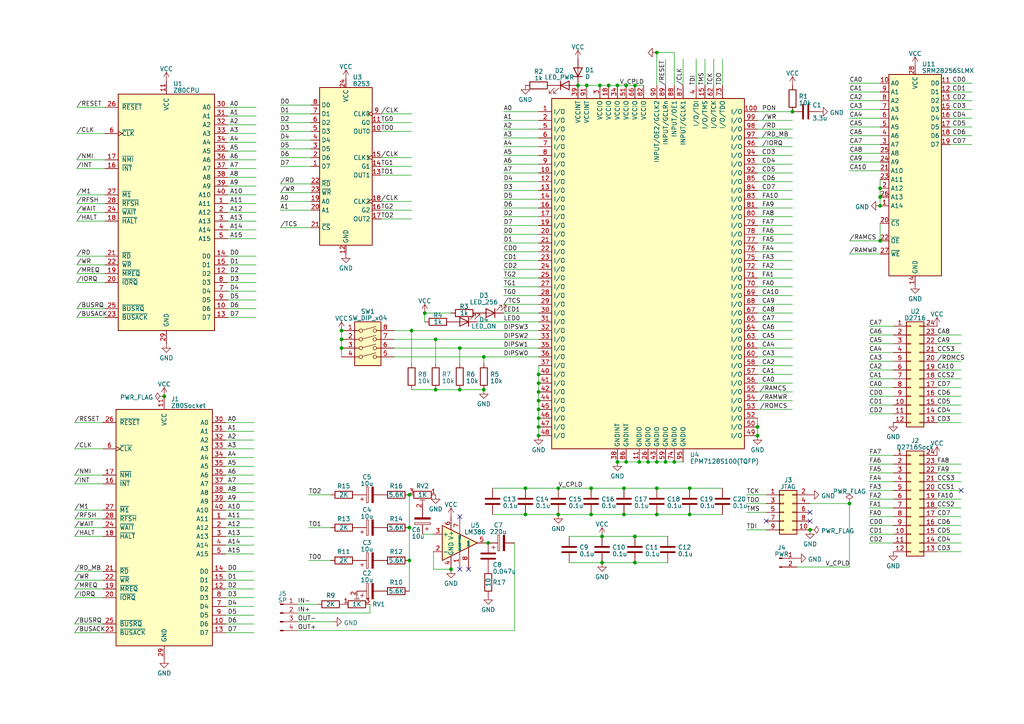
<source format=kicad_sch>
(kicad_sch (version 20230121) (generator eeschema)
  (paper "A4")
  (junction (at 173.99 24.765))
  (junction (at 200.025 149.225))
  (junction (at 174.625 163.195))
  (junction (at 184.15 155.575))
  (junction (at 187.96 133.985))
  (junction (at 133.35 113.03))
  (junction (at 126.365 98.425))
  (junction (at 185.42 133.985))
  (junction (at 179.07 133.985))
  (junction (at 47.625 114.935))
  (junction (at 255.27 54.61))
  (junction (at 193.04 133.985))
  (junction (at 118.745 162.56))
  (junction (at 229.87 32.385))
  (junction (at 200.025 141.605))
  (junction (at 255.27 69.85))
  (junction (at 234.95 153.67))
  (junction (at 152.4 141.605))
  (junction (at 174.625 155.575))
  (junction (at 156.21 111.125))
  (junction (at 181.61 24.765))
  (junction (at 255.27 57.15))
  (junction (at 180.975 149.225))
  (junction (at 156.21 123.825))
  (junction (at 190.5 149.225))
  (junction (at 119.38 95.885))
  (junction (at 99.06 100.965))
  (junction (at 167.64 24.765))
  (junction (at 152.4 149.225))
  (junction (at 181.61 133.985))
  (junction (at 180.975 141.605))
  (junction (at 161.925 141.605))
  (junction (at 118.745 153.035))
  (junction (at 118.745 143.51))
  (junction (at 184.15 24.765))
  (junction (at 171.45 149.225))
  (junction (at 156.21 118.745))
  (junction (at 141.605 157.48))
  (junction (at 190.5 133.985))
  (junction (at 171.45 141.605))
  (junction (at 130.81 165.1))
  (junction (at 195.58 133.985))
  (junction (at 126.365 113.03))
  (junction (at 176.53 24.765))
  (junction (at 170.18 24.765))
  (junction (at 179.07 24.765))
  (junction (at 133.35 100.965))
  (junction (at 246.38 146.05))
  (junction (at 190.5 15.24))
  (junction (at 99.06 98.425))
  (junction (at 255.27 59.69))
  (junction (at 156.21 113.665))
  (junction (at 219.71 126.365))
  (junction (at 140.335 113.03))
  (junction (at 140.335 103.505))
  (junction (at 219.71 123.825))
  (junction (at 156.21 108.585))
  (junction (at 184.15 163.195))
  (junction (at 156.21 126.365))
  (junction (at 156.21 121.285))
  (junction (at 156.21 116.205))
  (junction (at 190.5 141.605))
  (junction (at 123.19 90.805))
  (junction (at 161.925 149.225))
  (junction (at 99.06 95.885))
  (no_connect (at 135.89 165.1))
  (no_connect (at 133.35 149.86))
  (no_connect (at 133.35 165.1))
  (no_connect (at 234.95 148.59))
  (no_connect (at 234.95 151.13))
  (no_connect (at 222.25 151.13))
  (no_connect (at 278.765 142.24))
  (wire (pts (xy 22.225 64.135) (xy 30.48 64.135)))
  (wire (pts (xy 99.06 100.965) (xy 99.06 103.505)))
  (wire (pts (xy 219.71 88.265) (xy 229.87 88.265)))
  (wire (pts (xy 89.535 153.035) (xy 95.885 153.035)))
  (wire (pts (xy 126.365 98.425) (xy 126.365 105.41)))
  (wire (pts (xy 110.49 60.96) (xy 119.38 60.96)))
  (wire (pts (xy 219.71 67.945) (xy 229.87 67.945)))
  (wire (pts (xy 21.59 170.815) (xy 29.845 170.815)))
  (wire (pts (xy 271.78 120.015) (xy 278.765 120.015)))
  (wire (pts (xy 271.78 144.78) (xy 278.765 144.78)))
  (wire (pts (xy 114.3 103.505) (xy 140.335 103.505)))
  (wire (pts (xy 219.71 65.405) (xy 229.87 65.405)))
  (wire (pts (xy 81.28 38.1) (xy 90.17 38.1)))
  (wire (pts (xy 146.05 73.025) (xy 156.21 73.025)))
  (wire (pts (xy 219.71 93.345) (xy 229.87 93.345)))
  (wire (pts (xy 66.04 56.515) (xy 74.295 56.515)))
  (wire (pts (xy 81.28 45.72) (xy 90.17 45.72)))
  (wire (pts (xy 216.535 146.05) (xy 222.25 146.05)))
  (wire (pts (xy 252.095 152.4) (xy 259.08 152.4)))
  (wire (pts (xy 246.38 164.465) (xy 246.38 146.05)))
  (wire (pts (xy 171.45 141.605) (xy 180.975 141.605)))
  (wire (pts (xy 271.78 149.86) (xy 278.765 149.86)))
  (wire (pts (xy 138.43 93.345) (xy 156.21 93.345)))
  (wire (pts (xy 219.71 98.425) (xy 229.87 98.425)))
  (wire (pts (xy 156.21 113.665) (xy 156.21 116.205)))
  (wire (pts (xy 21.59 147.955) (xy 29.845 147.955)))
  (wire (pts (xy 246.38 34.29) (xy 255.27 34.29)))
  (wire (pts (xy 152.4 149.225) (xy 161.925 149.225)))
  (wire (pts (xy 65.405 165.735) (xy 73.66 165.735)))
  (wire (pts (xy 81.28 53.34) (xy 90.17 53.34)))
  (wire (pts (xy 180.975 149.225) (xy 190.5 149.225)))
  (wire (pts (xy 190.5 149.225) (xy 200.025 149.225)))
  (wire (pts (xy 21.59 165.735) (xy 29.845 165.735)))
  (wire (pts (xy 66.04 79.375) (xy 74.295 79.375)))
  (wire (pts (xy 219.71 45.085) (xy 229.87 45.085)))
  (wire (pts (xy 255.27 52.07) (xy 255.27 54.61)))
  (wire (pts (xy 99.06 95.885) (xy 99.06 98.425)))
  (wire (pts (xy 66.04 89.535) (xy 74.295 89.535)))
  (wire (pts (xy 219.71 55.245) (xy 229.87 55.245)))
  (wire (pts (xy 174.625 155.575) (xy 184.15 155.575)))
  (wire (pts (xy 66.04 92.075) (xy 74.295 92.075)))
  (wire (pts (xy 252.095 144.78) (xy 259.08 144.78)))
  (wire (pts (xy 86.36 180.34) (xy 96.52 180.34)))
  (wire (pts (xy 146.05 62.865) (xy 156.21 62.865)))
  (wire (pts (xy 271.78 102.235) (xy 278.765 102.235)))
  (wire (pts (xy 252.095 142.24) (xy 259.08 142.24)))
  (wire (pts (xy 114.3 98.425) (xy 126.365 98.425)))
  (wire (pts (xy 246.38 36.83) (xy 255.27 36.83)))
  (wire (pts (xy 110.49 33.02) (xy 119.38 33.02)))
  (wire (pts (xy 110.49 38.1) (xy 119.38 38.1)))
  (wire (pts (xy 252.095 132.08) (xy 259.08 132.08)))
  (wire (pts (xy 234.95 146.05) (xy 246.38 146.05)))
  (wire (pts (xy 219.71 57.785) (xy 229.87 57.785)))
  (wire (pts (xy 271.78 114.935) (xy 278.765 114.935)))
  (wire (pts (xy 246.38 26.67) (xy 255.27 26.67)))
  (wire (pts (xy 22.225 46.355) (xy 30.48 46.355)))
  (wire (pts (xy 66.04 61.595) (xy 74.295 61.595)))
  (wire (pts (xy 165.1 155.575) (xy 174.625 155.575)))
  (wire (pts (xy 271.78 117.475) (xy 278.765 117.475)))
  (wire (pts (xy 66.04 81.915) (xy 74.295 81.915)))
  (wire (pts (xy 246.38 73.66) (xy 255.27 73.66)))
  (wire (pts (xy 173.99 24.765) (xy 176.53 24.765)))
  (wire (pts (xy 255.27 57.15) (xy 255.27 59.69)))
  (wire (pts (xy 146.05 88.265) (xy 156.21 88.265)))
  (wire (pts (xy 110.49 63.5) (xy 119.38 63.5)))
  (wire (pts (xy 65.405 130.175) (xy 73.66 130.175)))
  (wire (pts (xy 66.04 84.455) (xy 74.295 84.455)))
  (wire (pts (xy 81.28 48.26) (xy 90.17 48.26)))
  (wire (pts (xy 179.07 133.985) (xy 181.61 133.985)))
  (wire (pts (xy 119.38 113.03) (xy 126.365 113.03)))
  (wire (pts (xy 252.095 112.395) (xy 259.08 112.395)))
  (wire (pts (xy 66.04 53.975) (xy 74.295 53.975)))
  (wire (pts (xy 66.04 66.675) (xy 74.295 66.675)))
  (wire (pts (xy 167.64 24.765) (xy 170.18 24.765)))
  (wire (pts (xy 156.21 111.125) (xy 156.21 113.665)))
  (wire (pts (xy 21.59 180.975) (xy 29.845 180.975)))
  (wire (pts (xy 146.05 55.245) (xy 156.21 55.245)))
  (wire (pts (xy 66.04 33.655) (xy 74.295 33.655)))
  (wire (pts (xy 22.225 38.735) (xy 30.48 38.735)))
  (wire (pts (xy 22.225 92.075) (xy 30.48 92.075)))
  (wire (pts (xy 200.025 141.605) (xy 209.55 141.605)))
  (wire (pts (xy 246.38 44.45) (xy 255.27 44.45)))
  (wire (pts (xy 219.71 60.325) (xy 229.87 60.325)))
  (wire (pts (xy 219.71 34.925) (xy 229.87 34.925)))
  (wire (pts (xy 125.73 165.1) (xy 125.73 160.02)))
  (wire (pts (xy 22.225 59.055) (xy 30.48 59.055)))
  (wire (pts (xy 126.365 113.03) (xy 133.35 113.03)))
  (wire (pts (xy 271.78 107.315) (xy 278.765 107.315)))
  (wire (pts (xy 246.38 49.53) (xy 255.27 49.53)))
  (wire (pts (xy 219.71 50.165) (xy 229.87 50.165)))
  (wire (pts (xy 275.59 29.21) (xy 281.94 29.21)))
  (wire (pts (xy 184.15 155.575) (xy 193.675 155.575)))
  (wire (pts (xy 66.04 31.115) (xy 74.295 31.115)))
  (wire (pts (xy 21.59 155.575) (xy 29.845 155.575)))
  (wire (pts (xy 190.5 24.765) (xy 190.5 15.24)))
  (wire (pts (xy 171.45 149.225) (xy 180.975 149.225)))
  (wire (pts (xy 118.745 143.51) (xy 118.745 153.035)))
  (wire (pts (xy 133.35 100.965) (xy 156.21 100.965)))
  (wire (pts (xy 179.07 24.765) (xy 181.61 24.765)))
  (wire (pts (xy 86.36 175.26) (xy 92.075 175.26)))
  (wire (pts (xy 110.49 58.42) (xy 119.38 58.42)))
  (wire (pts (xy 271.78 134.62) (xy 278.765 134.62)))
  (wire (pts (xy 65.405 173.355) (xy 73.66 173.355)))
  (wire (pts (xy 271.78 147.32) (xy 278.765 147.32)))
  (wire (pts (xy 271.78 139.7) (xy 278.765 139.7)))
  (wire (pts (xy 21.59 150.495) (xy 29.845 150.495)))
  (wire (pts (xy 146.05 40.005) (xy 156.21 40.005)))
  (wire (pts (xy 271.78 157.48) (xy 278.765 157.48)))
  (wire (pts (xy 146.05 75.565) (xy 156.21 75.565)))
  (wire (pts (xy 133.35 100.965) (xy 133.35 105.41)))
  (wire (pts (xy 146.05 83.185) (xy 156.21 83.185)))
  (wire (pts (xy 119.38 95.885) (xy 119.38 105.41)))
  (wire (pts (xy 252.095 149.86) (xy 259.08 149.86)))
  (wire (pts (xy 65.405 137.795) (xy 73.66 137.795)))
  (wire (pts (xy 146.05 32.385) (xy 156.21 32.385)))
  (wire (pts (xy 271.78 160.02) (xy 278.765 160.02)))
  (wire (pts (xy 252.095 99.695) (xy 259.08 99.695)))
  (wire (pts (xy 219.71 78.105) (xy 229.87 78.105)))
  (wire (pts (xy 252.095 114.935) (xy 259.08 114.935)))
  (wire (pts (xy 22.225 79.375) (xy 30.48 79.375)))
  (wire (pts (xy 156.21 108.585) (xy 156.21 111.125)))
  (wire (pts (xy 81.28 33.02) (xy 90.17 33.02)))
  (wire (pts (xy 219.71 111.125) (xy 229.87 111.125)))
  (wire (pts (xy 219.71 75.565) (xy 229.87 75.565)))
  (wire (pts (xy 271.78 109.855) (xy 278.765 109.855)))
  (wire (pts (xy 252.095 94.615) (xy 259.08 94.615)))
  (wire (pts (xy 110.49 45.72) (xy 119.38 45.72)))
  (wire (pts (xy 66.04 38.735) (xy 74.295 38.735)))
  (wire (pts (xy 65.405 150.495) (xy 73.66 150.495)))
  (wire (pts (xy 271.78 122.555) (xy 278.765 122.555)))
  (wire (pts (xy 65.405 125.095) (xy 73.66 125.095)))
  (wire (pts (xy 219.71 70.485) (xy 229.87 70.485)))
  (wire (pts (xy 65.405 122.555) (xy 73.66 122.555)))
  (wire (pts (xy 275.59 31.75) (xy 281.94 31.75)))
  (wire (pts (xy 66.04 36.195) (xy 74.295 36.195)))
  (wire (pts (xy 255.27 54.61) (xy 255.27 57.15)))
  (wire (pts (xy 246.38 69.85) (xy 255.27 69.85)))
  (wire (pts (xy 146.05 70.485) (xy 156.21 70.485)))
  (wire (pts (xy 275.59 41.91) (xy 281.94 41.91)))
  (wire (pts (xy 81.28 40.64) (xy 90.17 40.64)))
  (wire (pts (xy 21.59 153.035) (xy 29.845 153.035)))
  (wire (pts (xy 216.535 148.59) (xy 222.25 148.59)))
  (wire (pts (xy 66.04 74.295) (xy 74.295 74.295)))
  (wire (pts (xy 252.095 109.855) (xy 259.08 109.855)))
  (wire (pts (xy 146.05 60.325) (xy 156.21 60.325)))
  (wire (pts (xy 65.405 127.635) (xy 73.66 127.635)))
  (wire (pts (xy 99.06 98.425) (xy 99.06 100.965)))
  (wire (pts (xy 181.61 24.765) (xy 184.15 24.765)))
  (wire (pts (xy 21.59 173.355) (xy 29.845 173.355)))
  (wire (pts (xy 219.71 90.805) (xy 229.87 90.805)))
  (wire (pts (xy 219.71 73.025) (xy 229.87 73.025)))
  (wire (pts (xy 119.38 95.885) (xy 156.21 95.885)))
  (wire (pts (xy 140.335 103.505) (xy 156.21 103.505)))
  (wire (pts (xy 66.04 46.355) (xy 74.295 46.355)))
  (wire (pts (xy 200.025 149.225) (xy 209.55 149.225)))
  (wire (pts (xy 252.095 139.7) (xy 259.08 139.7)))
  (wire (pts (xy 110.49 50.8) (xy 119.38 50.8)))
  (wire (pts (xy 184.15 24.765) (xy 186.69 24.765)))
  (wire (pts (xy 65.405 132.715) (xy 73.66 132.715)))
  (wire (pts (xy 275.59 36.83) (xy 281.94 36.83)))
  (wire (pts (xy 219.71 103.505) (xy 229.87 103.505)))
  (wire (pts (xy 207.01 24.765) (xy 207.01 17.145)))
  (wire (pts (xy 149.225 182.88) (xy 86.36 182.88)))
  (wire (pts (xy 65.405 160.655) (xy 73.66 160.655)))
  (wire (pts (xy 252.095 120.015) (xy 259.08 120.015)))
  (wire (pts (xy 65.405 153.035) (xy 73.66 153.035)))
  (wire (pts (xy 21.59 130.175) (xy 29.845 130.175)))
  (wire (pts (xy 22.225 74.295) (xy 30.48 74.295)))
  (wire (pts (xy 190.5 133.985) (xy 193.04 133.985)))
  (wire (pts (xy 193.04 133.985) (xy 195.58 133.985)))
  (wire (pts (xy 252.095 117.475) (xy 259.08 117.475)))
  (wire (pts (xy 123.19 90.805) (xy 123.19 93.345)))
  (wire (pts (xy 181.61 133.985) (xy 185.42 133.985)))
  (wire (pts (xy 66.04 48.895) (xy 74.295 48.895)))
  (wire (pts (xy 170.18 24.765) (xy 173.99 24.765)))
  (wire (pts (xy 252.095 154.94) (xy 259.08 154.94)))
  (wire (pts (xy 21.59 140.335) (xy 29.845 140.335)))
  (wire (pts (xy 161.925 141.605) (xy 171.45 141.605)))
  (wire (pts (xy 81.28 43.18) (xy 90.17 43.18)))
  (wire (pts (xy 184.15 163.195) (xy 193.675 163.195)))
  (wire (pts (xy 161.925 149.225) (xy 171.45 149.225)))
  (wire (pts (xy 146.05 90.805) (xy 156.21 90.805)))
  (wire (pts (xy 130.81 165.1) (xy 125.73 165.1)))
  (wire (pts (xy 219.71 62.865) (xy 229.87 62.865)))
  (wire (pts (xy 65.405 168.275) (xy 73.66 168.275)))
  (wire (pts (xy 89.535 143.51) (xy 95.885 143.51)))
  (wire (pts (xy 130.81 90.805) (xy 123.19 90.805)))
  (wire (pts (xy 219.71 121.285) (xy 219.71 123.825)))
  (wire (pts (xy 187.96 133.985) (xy 190.5 133.985)))
  (wire (pts (xy 122.555 154.94) (xy 125.73 154.94)))
  (wire (pts (xy 22.225 48.895) (xy 30.48 48.895)))
  (wire (pts (xy 219.71 80.645) (xy 229.87 80.645)))
  (wire (pts (xy 114.3 100.965) (xy 133.35 100.965)))
  (wire (pts (xy 255.27 64.77) (xy 255.27 69.85)))
  (wire (pts (xy 271.78 97.155) (xy 278.765 97.155)))
  (wire (pts (xy 252.095 157.48) (xy 259.08 157.48)))
  (wire (pts (xy 271.78 112.395) (xy 278.765 112.395)))
  (wire (pts (xy 246.38 31.75) (xy 255.27 31.75)))
  (wire (pts (xy 146.05 57.785) (xy 156.21 57.785)))
  (wire (pts (xy 110.49 35.56) (xy 119.38 35.56)))
  (wire (pts (xy 65.405 183.515) (xy 73.66 183.515)))
  (wire (pts (xy 110.49 48.26) (xy 119.38 48.26)))
  (wire (pts (xy 65.405 180.975) (xy 73.66 180.975)))
  (wire (pts (xy 146.05 37.465) (xy 156.21 37.465)))
  (wire (pts (xy 252.095 97.155) (xy 259.08 97.155)))
  (wire (pts (xy 252.095 134.62) (xy 259.08 134.62)))
  (wire (pts (xy 209.55 24.765) (xy 209.55 17.145)))
  (wire (pts (xy 219.71 52.705) (xy 229.87 52.705)))
  (wire (pts (xy 22.225 31.115) (xy 30.48 31.115)))
  (wire (pts (xy 149.225 157.48) (xy 149.225 182.88)))
  (wire (pts (xy 65.405 140.335) (xy 73.66 140.335)))
  (wire (pts (xy 81.28 60.96) (xy 90.17 60.96)))
  (wire (pts (xy 146.05 47.625) (xy 156.21 47.625)))
  (wire (pts (xy 65.405 147.955) (xy 73.66 147.955)))
  (wire (pts (xy 204.47 24.765) (xy 204.47 17.145)))
  (wire (pts (xy 140.97 157.48) (xy 141.605 157.48)))
  (wire (pts (xy 195.58 133.985) (xy 198.12 133.985)))
  (wire (pts (xy 142.875 149.225) (xy 152.4 149.225)))
  (wire (pts (xy 219.71 95.885) (xy 229.87 95.885)))
  (wire (pts (xy 219.71 85.725) (xy 229.87 85.725)))
  (wire (pts (xy 86.36 177.8) (xy 107.315 177.8)))
  (wire (pts (xy 231.14 164.465) (xy 246.38 164.465)))
  (wire (pts (xy 219.71 123.825) (xy 219.71 126.365)))
  (wire (pts (xy 271.78 154.94) (xy 278.765 154.94)))
  (wire (pts (xy 156.21 106.045) (xy 156.21 108.585)))
  (wire (pts (xy 114.3 95.885) (xy 119.38 95.885)))
  (wire (pts (xy 65.405 175.895) (xy 73.66 175.895)))
  (wire (pts (xy 81.28 66.04) (xy 90.17 66.04)))
  (wire (pts (xy 219.71 118.745) (xy 229.87 118.745)))
  (wire (pts (xy 65.405 135.255) (xy 73.66 135.255)))
  (wire (pts (xy 22.225 81.915) (xy 30.48 81.915)))
  (wire (pts (xy 246.38 41.91) (xy 255.27 41.91)))
  (wire (pts (xy 219.71 100.965) (xy 229.87 100.965)))
  (wire (pts (xy 146.05 85.725) (xy 156.21 85.725)))
  (wire (pts (xy 66.04 41.275) (xy 74.295 41.275)))
  (wire (pts (xy 22.225 61.595) (xy 30.48 61.595)))
  (wire (pts (xy 216.535 143.51) (xy 222.25 143.51)))
  (wire (pts (xy 118.745 153.035) (xy 118.745 162.56)))
  (wire (pts (xy 133.35 113.03) (xy 140.335 113.03)))
  (wire (pts (xy 146.05 65.405) (xy 156.21 65.405)))
  (wire (pts (xy 65.405 178.435) (xy 73.66 178.435)))
  (wire (pts (xy 142.875 141.605) (xy 152.4 141.605)))
  (wire (pts (xy 271.78 137.16) (xy 278.765 137.16)))
  (wire (pts (xy 219.71 47.625) (xy 229.87 47.625)))
  (wire (pts (xy 271.78 99.695) (xy 278.765 99.695)))
  (wire (pts (xy 219.71 37.465) (xy 229.87 37.465)))
  (wire (pts (xy 66.04 51.435) (xy 74.295 51.435)))
  (wire (pts (xy 21.59 183.515) (xy 29.845 183.515)))
  (wire (pts (xy 146.05 78.105) (xy 156.21 78.105)))
  (wire (pts (xy 81.28 55.88) (xy 90.17 55.88)))
  (wire (pts (xy 190.5 141.605) (xy 200.025 141.605)))
  (wire (pts (xy 252.095 104.775) (xy 259.08 104.775)))
  (wire (pts (xy 193.04 24.765) (xy 193.04 17.145)))
  (wire (pts (xy 22.225 76.835) (xy 30.48 76.835)))
  (wire (pts (xy 219.71 106.045) (xy 229.87 106.045)))
  (wire (pts (xy 21.59 168.275) (xy 29.845 168.275)))
  (wire (pts (xy 246.38 39.37) (xy 255.27 39.37)))
  (wire (pts (xy 165.1 163.195) (xy 174.625 163.195)))
  (wire (pts (xy 22.225 89.535) (xy 30.48 89.535)))
  (wire (pts (xy 66.04 86.995) (xy 74.295 86.995)))
  (wire (pts (xy 66.04 69.215) (xy 74.295 69.215)))
  (wire (pts (xy 176.53 24.765) (xy 179.07 24.765)))
  (wire (pts (xy 156.21 116.205) (xy 156.21 118.745)))
  (wire (pts (xy 246.38 46.99) (xy 255.27 46.99)))
  (wire (pts (xy 275.59 24.13) (xy 281.94 24.13)))
  (wire (pts (xy 81.28 58.42) (xy 90.17 58.42)))
  (wire (pts (xy 65.405 155.575) (xy 73.66 155.575)))
  (wire (pts (xy 271.78 104.775) (xy 278.765 104.775)))
  (wire (pts (xy 216.535 153.67) (xy 222.25 153.67)))
  (wire (pts (xy 195.58 15.24) (xy 195.58 24.765)))
  (wire (pts (xy 65.405 170.815) (xy 73.66 170.815)))
  (wire (pts (xy 81.28 30.48) (xy 90.17 30.48)))
  (wire (pts (xy 118.745 162.56) (xy 118.745 171.45)))
  (wire (pts (xy 89.535 162.56) (xy 95.885 162.56)))
  (wire (pts (xy 180.975 141.605) (xy 190.5 141.605)))
  (wire (pts (xy 66.04 43.815) (xy 74.295 43.815)))
  (wire (pts (xy 219.71 108.585) (xy 229.87 108.585)))
  (wire (pts (xy 21.59 137.795) (xy 29.845 137.795)))
  (wire (pts (xy 146.05 34.925) (xy 156.21 34.925)))
  (wire (pts (xy 156.21 118.745) (xy 156.21 121.285)))
  (wire (pts (xy 146.05 50.165) (xy 156.21 50.165)))
  (wire (pts (xy 140.335 103.505) (xy 140.335 105.41)))
  (wire (pts (xy 246.38 24.13) (xy 255.27 24.13)))
  (wire (pts (xy 252.095 107.315) (xy 259.08 107.315)))
  (wire (pts (xy 174.625 163.195) (xy 184.15 163.195)))
  (wire (pts (xy 252.095 147.32) (xy 259.08 147.32)))
  (wire (pts (xy 65.405 145.415) (xy 73.66 145.415)))
  (wire (pts (xy 219.71 40.005) (xy 229.87 40.005)))
  (wire (pts (xy 275.59 39.37) (xy 281.94 39.37)))
  (wire (pts (xy 146.05 45.085) (xy 156.21 45.085)))
  (wire (pts (xy 271.78 142.24) (xy 278.765 142.24)))
  (wire (pts (xy 219.71 113.665) (xy 229.87 113.665)))
  (wire (pts (xy 271.78 152.4) (xy 278.765 152.4)))
  (wire (pts (xy 146.05 42.545) (xy 156.21 42.545)))
  (wire (pts (xy 156.21 121.285) (xy 156.21 123.825)))
  (wire (pts (xy 107.315 177.8) (xy 107.315 175.26)))
  (wire (pts (xy 252.095 102.235) (xy 259.08 102.235)))
  (wire (pts (xy 156.21 123.825) (xy 156.21 126.365)))
  (wire (pts (xy 146.05 80.645) (xy 156.21 80.645)))
  (wire (pts (xy 146.05 67.945) (xy 156.21 67.945)))
  (wire (pts (xy 185.42 133.985) (xy 187.96 133.985)))
  (wire (pts (xy 219.71 42.545) (xy 229.87 42.545)))
  (wire (pts (xy 65.405 142.875) (xy 73.66 142.875)))
  (wire (pts (xy 190.5 15.24) (xy 195.58 15.24)))
  (wire (pts (xy 219.71 116.205) (xy 229.87 116.205)))
  (wire (pts (xy 219.71 83.185) (xy 229.87 83.185)))
  (wire (pts (xy 146.05 52.705) (xy 156.21 52.705)))
  (wire (pts (xy 66.04 59.055) (xy 74.295 59.055)))
  (wire (pts (xy 65.405 158.115) (xy 73.66 158.115)))
  (wire (pts (xy 66.04 76.835) (xy 74.295 76.835)))
  (wire (pts (xy 81.28 35.56) (xy 90.17 35.56)))
  (wire (pts (xy 66.04 64.135) (xy 74.295 64.135)))
  (wire (pts (xy 246.38 29.21) (xy 255.27 29.21)))
  (wire (pts (xy 252.095 137.16) (xy 259.08 137.16)))
  (wire (pts (xy 275.59 26.67) (xy 281.94 26.67)))
  (wire (pts (xy 126.365 98.425) (xy 156.21 98.425)))
  (wire (pts (xy 21.59 122.555) (xy 29.845 122.555)))
  (wire (pts (xy 219.71 32.385) (xy 229.87 32.385)))
  (wire (pts (xy 201.93 24.765) (xy 201.93 17.145)))
  (wire (pts (xy 198.12 24.765) (xy 198.12 17.145)))
  (wire (pts (xy 275.59 34.29) (xy 281.94 34.29)))
  (wire (pts (xy 22.225 56.515) (xy 30.48 56.515)))
  (wire (pts (xy 152.4 141.605) (xy 161.925 141.605)))
  (label "CD4" (at 276.225 34.29 0))
  (label "CA1" (at 220.98 108.585 0))
  (label "A6" (at 66.675 46.355 0))
  (label "CD1" (at 252.095 154.94 0))
  (label "FA1" (at 252.095 147.32 0))
  (label "{slash}CLK" (at 21.59 130.175 0))
  (label "V_CPLD" (at 179.705 24.765 0))
  (label "TMS" (at 216.535 148.59 0))
  (label "{slash}HALT" (at 21.59 155.575 0))
  (label "FA3" (at 220.98 75.565 0))
  (label "{slash}RD_MB" (at 21.59 165.735 0))
  (label "D7" (at 66.04 183.515 0))
  (label "CA3" (at 252.095 104.775 0))
  (label "FA9" (at 220.98 60.325 0))
  (label "CD3" (at 220.98 45.085 0))
  (label "LED0" (at 146.05 93.345 0))
  (label "CD6" (at 271.78 114.935 0))
  (label "A8" (at 66.04 142.875 0))
  (label "{slash}RESET" (at 193.04 24.765 90))
  (label "D0" (at 81.28 30.48 0))
  (label "{slash}M1" (at 22.225 56.515 0))
  (label "D0" (at 146.05 67.945 0))
  (label "D4" (at 81.28 40.64 0))
  (label "D4" (at 146.05 52.705 0))
  (label "{slash}WAIT" (at 21.59 153.035 0))
  (label "CA8" (at 271.78 97.155 0))
  (label "CA7" (at 220.98 93.345 0))
  (label "A5" (at 146.05 45.085 0))
  (label "CCS2" (at 271.78 109.855 0))
  (label "D6" (at 66.675 89.535 0))
  (label "{slash}WR" (at 21.59 168.275 0))
  (label "CD3" (at 271.78 160.02 0))
  (label "CCS3" (at 271.78 102.235 0))
  (label "{slash}WR" (at 220.98 34.925 0))
  (label "A13" (at 66.04 155.575 0))
  (label "CD6" (at 276.225 39.37 0))
  (label "A0" (at 146.05 32.385 0))
  (label "PON" (at 220.98 32.385 0))
  (label "A9" (at 66.04 145.415 0))
  (label "{slash}RD" (at 22.225 74.295 0))
  (label "CD1" (at 276.225 26.67 0))
  (label "A1" (at 66.675 33.655 0))
  (label "A2" (at 66.04 127.635 0))
  (label "{slash}CLK" (at 110.49 58.42 0))
  (label "{slash}RESET" (at 21.59 122.555 0))
  (label "{slash}MREQ" (at 21.59 170.815 0))
  (label "D6" (at 81.28 45.72 0))
  (label "CA6" (at 252.095 97.155 0))
  (label "TG0" (at 146.05 85.725 0))
  (label "TDI" (at 216.535 153.67 0))
  (label "TO2" (at 89.535 143.51 0))
  (label "{slash}RAMWR" (at 246.38 73.66 0))
  (label "D2" (at 66.04 170.815 0))
  (label "CA10" (at 271.78 107.315 0))
  (label "D5" (at 66.04 178.435 0))
  (label "CD4" (at 271.78 120.015 0))
  (label "{slash}RD_MB" (at 220.98 40.005 0))
  (label "CA6" (at 246.38 39.37 0))
  (label "FA7" (at 220.98 65.405 0))
  (label "CA3" (at 246.38 31.75 0))
  (label "FA6" (at 220.98 67.945 0))
  (label "A15" (at 66.675 69.215 0))
  (label "{slash}RAMCS" (at 220.345 113.665 0))
  (label "OUT+" (at 86.36 182.88 0))
  (label "FA10" (at 271.78 144.78 0))
  (label "FA5" (at 220.98 70.485 0))
  (label "DIPSW1" (at 146.05 100.965 0))
  (label "CA2" (at 246.38 29.21 0))
  (label "CD5" (at 271.78 117.475 0))
  (label "D5" (at 81.28 43.18 0))
  (label "CCS2" (at 271.78 147.32 0))
  (label "D3" (at 66.675 81.915 0))
  (label "A5" (at 66.04 135.255 0))
  (label "CD7" (at 276.225 41.91 0))
  (label "D3" (at 66.04 173.355 0))
  (label "CA9" (at 246.38 46.99 0))
  (label "{slash}CLK" (at 110.49 33.02 0))
  (label "FA7" (at 252.095 132.08 0))
  (label "CD5" (at 220.98 50.165 0))
  (label "CA8" (at 246.38 44.45 0))
  (label "CCS1" (at 271.78 142.24 0))
  (label "FA0" (at 220.98 83.185 0))
  (label "CA4" (at 246.38 34.29 0))
  (label "D1" (at 81.28 33.02 0))
  (label "DIPSW2" (at 146.05 98.425 0))
  (label "CD5" (at 276.225 36.83 0))
  (label "V_CPLD" (at 161.925 141.605 0))
  (label "TG2" (at 110.49 60.96 0))
  (label "CD0" (at 276.225 24.13 0))
  (label "{slash}TCS" (at 146.05 88.265 0))
  (label "{slash}IORQ" (at 22.225 81.915 0))
  (label "CD7" (at 271.78 149.86 0))
  (label "V_CPLD" (at 239.395 164.465 0))
  (label "FA6" (at 252.095 134.62 0))
  (label "CA0" (at 252.095 112.395 0))
  (label "CA8" (at 220.98 90.805 0))
  (label "CD0" (at 146.05 73.025 0))
  (label "{slash}NMI" (at 22.225 46.355 0))
  (label "{slash}BUSRQ" (at 21.59 180.975 0))
  (label "CA7" (at 246.38 41.91 0))
  (label "{slash}IORQ" (at 21.59 173.355 0))
  (label "TO1" (at 89.535 153.035 0))
  (label "TO0" (at 110.49 38.1 0))
  (label "CD0" (at 252.095 152.4 0))
  (label "CD7" (at 271.78 112.395 0))
  (label "IN-" (at 86.36 175.26 0))
  (label "FA2" (at 220.98 78.105 0))
  (label "D7" (at 66.675 92.075 0))
  (label "A6" (at 146.05 47.625 0))
  (label "FA1" (at 220.98 80.645 0))
  (label "D0" (at 66.675 74.295 0))
  (label "D7" (at 146.05 65.405 0))
  (label "TO2" (at 110.49 63.5 0))
  (label "{slash}RFSH" (at 22.225 59.055 0))
  (label "FA3" (at 252.095 142.24 0))
  (label "A0" (at 66.675 31.115 0))
  (label "CD2" (at 252.095 120.015 0))
  (label "DIPSW0" (at 146.05 103.505 0))
  (label "D5" (at 66.675 86.995 0))
  (label "FA9" (at 271.78 137.16 0))
  (label "CD5" (at 271.78 154.94 0))
  (label "FA10" (at 220.98 57.785 0))
  (label "{slash}RD" (at 220.98 37.465 0))
  (label "TMS" (at 204.47 24.765 90))
  (label "D3" (at 81.28 38.1 0))
  (label "TDO" (at 216.535 146.05 0))
  (label "IN+" (at 86.36 177.8 0))
  (label "CD2" (at 276.225 29.21 0))
  (label "A5" (at 66.675 43.815 0))
  (label "{slash}MREQ" (at 22.225 79.375 0))
  (label "TG1" (at 146.05 83.185 0))
  (label "D6" (at 146.05 60.325 0))
  (label "CA5" (at 246.38 36.83 0))
  (label "CA9" (at 271.78 99.695 0))
  (label "{slash}IORQ" (at 220.98 42.545 0))
  (label "A1" (at 146.05 34.925 0))
  (label "{slash}RAMCS" (at 246.38 69.85 0))
  (label "A4" (at 66.04 132.715 0))
  (label "CA2" (at 252.095 107.315 0))
  (label "D2" (at 66.675 79.375 0))
  (label "A1" (at 81.28 60.96 0))
  (label "CA10" (at 246.38 49.53 0))
  (label "D6" (at 66.04 180.975 0))
  (label "{slash}TCS" (at 81.28 66.04 0))
  (label "A11" (at 66.04 150.495 0))
  (label "LED1" (at 146.05 90.805 0))
  (label "D2" (at 146.05 62.865 0))
  (label "{slash}WR" (at 22.225 76.835 0))
  (label "CD0" (at 252.095 114.935 0))
  (label "CA5" (at 252.095 99.695 0))
  (label "A3" (at 146.05 40.005 0))
  (label "FA2" (at 252.095 144.78 0))
  (label "CA9" (at 220.98 88.265 0))
  (label "A6" (at 66.04 137.795 0))
  (label "TO0" (at 89.535 162.56 0))
  (label "FA8" (at 220.98 62.865 0))
  (label "CD6" (at 220.98 52.705 0))
  (label "TO1" (at 110.49 50.8 0))
  (label "A12" (at 66.675 61.595 0))
  (label "{slash}ROMCS" (at 220.345 118.745 0))
  (label "D1" (at 146.05 70.485 0))
  (label "CA2" (at 220.98 106.045 0))
  (label "CD2" (at 252.095 157.48 0))
  (label "FA5" (at 252.095 137.16 0))
  (label "A7" (at 66.675 48.895 0))
  (label "TCK" (at 216.535 143.51 0))
  (label "{slash}CLK" (at 110.49 45.72 0))
  (label "D5" (at 146.05 57.785 0))
  (label "{slash}CLK" (at 22.225 38.735 0))
  (label "A14" (at 66.04 158.115 0))
  (label "D1" (at 66.04 168.275 0))
  (label "OUT-" (at 86.36 180.34 0))
  (label "{slash}RESET" (at 22.225 31.115 0))
  (label "CA10" (at 220.98 85.725 0))
  (label "CA0" (at 220.98 111.125 0))
  (label "CD7" (at 220.98 55.245 0))
  (label "D2" (at 81.28 35.56 0))
  (label "FA4" (at 220.98 73.025 0))
  (label "{slash}CLK" (at 198.12 24.765 90))
  (label "A7" (at 146.05 50.165 0))
  (label "A3" (at 66.04 130.175 0))
  (label "{slash}NMI" (at 21.59 137.795 0))
  (label "CA7" (at 252.095 94.615 0))
  (label "A7" (at 66.04 140.335 0))
  (label "CA6" (at 220.98 95.885 0))
  (label "CCS3" (at 271.78 139.7 0))
  (label "{slash}INT" (at 22.225 48.895 0))
  (label "A9" (at 66.675 53.975 0))
  (label "A8" (at 66.675 51.435 0))
  (label "CA1" (at 246.38 26.67 0))
  (label "{slash}RFSH" (at 21.59 150.495 0))
  (label "CD6" (at 271.78 152.4 0))
  (label "D4" (at 66.675 84.455 0))
  (label "{slash}HALT" (at 22.225 64.135 0))
  (label "DIPSW3" (at 146.05 95.885 0))
  (label "CD4" (at 271.78 157.48 0))
  (label "A2" (at 66.675 36.195 0))
  (label "CA1" (at 252.095 109.855 0))
  (label "A0" (at 81.28 58.42 0))
  (label "A15" (at 66.04 160.655 0))
  (label "{slash}M1" (at 21.59 147.955 0))
  (label "A12" (at 66.04 153.035 0))
  (label "TDI" (at 201.93 24.765 90))
  (label "CD3" (at 271.78 122.555 0))
  (label "TG0" (at 110.49 35.56 0))
  (label "{slash}WAIT" (at 22.225 61.595 0))
  (label "TCK" (at 207.01 24.765 90))
  (label "{slash}RAMWR" (at 220.345 116.205 0))
  (label "A3" (at 66.675 38.735 0))
  (label "{slash}WR" (at 81.28 55.88 0))
  (label "TG1" (at 110.49 48.26 0))
  (label "{slash}ROMCS" (at 271.78 104.775 0))
  (label "{slash}RD" (at 81.28 53.34 0))
  (label "A14" (at 66.675 66.675 0))
  (label "CD1" (at 252.095 117.475 0))
  (label "{slash}BUSRQ" (at 22.225 89.535 0))
  (label "TDO" (at 209.55 24.765 90))
  (label "A2" (at 146.05 37.465 0))
  (label "D3" (at 146.05 55.245 0))
  (label "A0" (at 66.04 122.555 0))
  (label "CA4" (at 220.98 100.965 0))
  (label "CD1" (at 146.05 75.565 0))
  (label "CD3" (at 276.225 31.75 0))
  (label "A4" (at 146.05 42.545 0))
  (label "CD2" (at 146.05 78.105 0))
  (label "{slash}BUSACK" (at 22.225 92.075 0))
  (label "CA3" (at 220.98 103.505 0))
  (label "D7" (at 81.28 48.26 0))
  (label "FA8" (at 271.78 134.62 0))
  (label "D0" (at 66.04 165.735 0))
  (label "FA4" (at 252.095 139.7 0))
  (label "A10" (at 66.04 147.955 0))
  (label "D4" (at 66.04 175.895 0))
  (label "FA0" (at 252.095 149.86 0))
  (label "D1" (at 66.675 76.835 0))
  (label "TG2" (at 146.05 80.645 0))
  (label "A13" (at 66.675 64.135 0))
  (label "CA4" (at 252.095 102.235 0))
  (label "CA5" (at 220.98 98.425 0))
  (label "A4" (at 66.675 41.275 0))
  (label "{slash}INT" (at 21.59 140.335 0))
  (label "A1" (at 66.04 125.095 0))
  (label "CA0" (at 246.38 24.13 0))
  (label "A11" (at 66.675 59.055 0))
  (label "{slash}BUSACK" (at 21.59 183.515 0))
  (label "CD4" (at 220.98 47.625 0))
  (label "A10" (at 66.675 56.515 0))
  (symbol (lib_id "Device:R") (at 127 93.345 90) (unit 1)
    (property "Reference" "R4" (at 127 91.424 90))
    (property "Value" "1k" (at 127 93.345 90))
    (property "Footprint" "Resistor_SMD:R_0402_1005Metric" (effects hide))
  )
  (symbol (lib_id "power:GND") (at 100.33 73.66 0) (unit 1)
    (property "Reference" "#PWR014" (effects hide))
    (property "Value" "GND" (at 100.33 77.7955 0))
  )
  (symbol (lib_id "power:GND") (at 126.365 143.51 0) (unit 1)
    (property "Reference" "#PWR030" (effects hide))
    (property "Value" "GND" (at 126.365 147.6455 0))
  )
  (symbol (lib_id "power:VCC") (at 271.78 132.08 0) (unit 1)
    (property "Reference" "#PWR02" (effects hide))
    (property "Value" "VCC" (at 271.78 128.5781 0))
  )
  (symbol (lib_id "Device:R") (at 156.21 24.765 90) (unit 1)
    (property "Reference" "R2" (at 156.21 20.7391 90))
    (property "Value" "1k" (at 156.21 22.6601 90))
    (property "Footprint" "Resistor_SMD:R_0402_1005Metric" (effects hide))
  )
  (symbol (lib_id "Timer:8253") (at 100.33 48.26 0) (unit 1)
    (property "Reference" "U3" (at 102.2859 22.3901 0) (effects (justify left)))
    (property "Value" "8253" (at 102.2859 24.3111 0) (effects (justify left)))
    (property "Footprint" "Package_DIP:DIP-24_W15.24mm" (effects hide))
    (property "Datasheet" "http://www.cpcwiki.eu/imgs/e/e3/8253.pdf" (effects hide))
    (property "LCSC" "-" (effects hide))
  )
  (symbol (lib_id "Device:R") (at 114.935 143.51 90) (unit 1)
    (property "Reference" "R16" (at 114.935 140.97 90))
    (property "Value" "5.6K" (at 114.935 143.51 90))
    (property "Footprint" "Resistor_SMD:R_0603_1608Metric" (effects hide))
  )
  (symbol (lib_id "power:VCC") (at 265.43 19.05 0) (unit 1)
    (property "Reference" "#PWR018" (effects hide))
    (property "Value" "VCC" (at 265.43 15.5481 0))
  )
  (symbol (lib_id "power:GND") (at 231.14 161.925 90) (unit 1)
    (property "Reference" "#PWR026" (effects hide))
    (property "Value" "GND" (at 234.315 162.2418 90) (effects (justify right)))
  )
  (symbol (lib_id "Device:R") (at 134.62 90.805 90) (unit 1)
    (property "Reference" "R3" (at 134.62 88.9 90))
    (property "Value" "1k" (at 134.62 90.821 90))
    (property "Footprint" "Resistor_SMD:R_0402_1005Metric" (effects hide))
  )
  (symbol (lib_id "power:GND") (at 234.95 153.67 0) (unit 1)
    (property "Reference" "#PWR025" (effects hide))
    (property "Value" "GND" (at 234.95 157.8055 0))
  )
  (symbol (lib_id "Device:C") (at 190.5 145.415 0) (unit 1)
    (property "Reference" "C18" (at 193.421 144.7713 0) (effects (justify left)))
    (property "Value" "0.1u" (at 193.421 146.6923 0) (effects (justify left)))
    (property "Footprint" "Capacitor_SMD:C_0402_1005Metric" (effects hide))
  )
  (symbol (lib_id "power:PWR_FLAG") (at 234.95 153.67 270) (unit 1)
    (property "Reference" "#FLG02" (effects hide))
    (property "Value" "PWR_FLAG" (at 238.125 153.9868 90) (effects (justify left)))
  )
  (symbol (lib_id "Device:C") (at 200.025 145.415 0) (unit 1)
    (property "Reference" "C19" (at 202.946 144.7713 0) (effects (justify left)))
    (property "Value" "0.1u" (at 202.946 146.6923 0) (effects (justify left)))
    (property "Footprint" "Capacitor_SMD:C_0402_1005Metric" (effects hide))
  )
  (symbol (lib_id "Device:C") (at 152.4 145.415 0) (unit 1)
    (property "Reference" "C14" (at 155.321 144.7713 0) (effects (justify left)))
    (property "Value" "0.1u" (at 155.321 146.6923 0) (effects (justify left)))
    (property "Footprint" "Capacitor_SMD:C_0402_1005Metric" (effects hide))
  )
  (symbol (lib_id "power:VCC") (at 123.19 90.805 0) (unit 1)
    (property "Reference" "#PWR021" (effects hide))
    (property "Value" "VCC" (at 123.19 87.3031 0))
  )
  (symbol (lib_id "Connector_Generic:Conn_02x12_Counter_Clockwise") (at 264.16 107.315 0) (unit 1)
    (property "Reference" "U2" (at 265.43 90.3351 0))
    (property "Value" "D2716" (at 265.43 92.2561 0))
    (property "Footprint" "Package_DIP:DIP-24_W15.24mm" (effects hide))
    (property "LCSC" "-" (effects hide))
  )
  (symbol (lib_id "Device:C") (at 184.15 159.385 0) (unit 1)
    (property "Reference" "C11" (at 187.071 158.7413 0) (effects (justify left)))
    (property "Value" "0.1u" (at 187.071 160.6623 0) (effects (justify left)))
    (property "Footprint" "Capacitor_SMD:C_0402_1005Metric" (effects hide))
  )
  (symbol (lib_id "Device:R") (at 114.935 153.035 90) (unit 1)
    (property "Reference" "R14" (at 114.935 150.495 90))
    (property "Value" "5.6K" (at 114.935 153.035 90))
    (property "Footprint" "Resistor_SMD:R_0603_1608Metric" (effects hide))
  )
  (symbol (lib_id "Device:C_Polarized") (at 107.315 162.56 90) (unit 1)
    (property "Reference" "C3" (at 106.426 157.3911 90))
    (property "Value" "10u" (at 106.426 159.3121 90))
    (property "Footprint" "Capacitor_SMD:CP_Elec_4x5.4" (effects hide))
    (property "LCSC" "C4747969" (effects hide))
  )
  (symbol (lib_id "power:GND") (at 190.5 15.24 270) (unit 1)
    (property "Reference" "#PWR013" (effects hide))
    (property "Value" "GND" (effects hide))
  )
  (symbol (lib_id "power:GND") (at 237.49 32.385 90) (unit 1)
    (property "Reference" "#PWR016" (effects hide))
    (property "Value" "GND" (at 240.665 32.7018 90) (effects (justify right)))
  )
  (symbol (lib_id "Device:C") (at 171.45 145.415 0) (unit 1)
    (property "Reference" "C16" (at 174.371 144.7713 0) (effects (justify left)))
    (property "Value" "0.1u" (at 174.371 146.6923 0) (effects (justify left)))
    (property "Footprint" "Capacitor_SMD:C_0402_1005Metric" (effects hide))
  )
  (symbol (lib_id "power:VCC") (at 99.06 95.885 0) (unit 1)
    (property "Reference" "#PWR022" (effects hide))
    (property "Value" "VCC" (at 99.06 92.3831 0))
  )
  (symbol (lib_id "Device:C") (at 180.975 145.415 0) (unit 1)
    (property "Reference" "C17" (at 183.896 144.7713 0) (effects (justify left)))
    (property "Value" "0.1u" (at 183.896 146.6923 0) (effects (justify left)))
    (property "Footprint" "Capacitor_SMD:C_0402_1005Metric" (effects hide))
  )
  (symbol (lib_id "power:GND") (at 96.52 180.34 90) (unit 1)
    (property "Reference" "#PWR029" (effects hide))
    (property "Value" "GND" (at 99.695 180.6568 90) (effects (justify right)))
  )
  (symbol (lib_id "power:VCC") (at 229.87 24.765 0) (unit 1)
    (property "Reference" "#PWR019" (effects hide))
    (property "Value" "VCC" (at 229.87 21.2631 0))
  )
  (symbol (lib_id "Connector_Generic:Conn_02x05_Odd_Even") (at 227.33 148.59 0) (unit 1)
    (property "Reference" "J3" (at 228.6 139.2301 0))
    (property "Value" "JTAG" (at 228.6 141.1511 0))
    (property "Footprint" "Connector_PinHeader_2.54mm:PinHeader_2x05_P2.54mm_Vertical" (effects hide))
    (property "LCSC" "-" (effects hide))
  )
  (symbol (lib_id "Device:R") (at 126.365 109.22 0) (unit 1)
    (property "Reference" "R7" (at 128.143 108.5763 0) (effects (justify left)))
    (property "Value" "10k" (at 128.143 110.4973 0) (effects (justify left)))
    (property "Footprint" "Resistor_SMD:R_0402_1005Metric" (effects hide))
  )
  (symbol (lib_id "Device:R") (at 141.605 168.91 0) (unit 1)
    (property "Reference" "R17" (at 144.78 168.91 0))
    (property "Value" "10" (at 141.605 168.91 90))
    (property "Footprint" "Resistor_SMD:R_0402_1005Metric" (effects hide))
  )
  (symbol (lib_id "power:VCC") (at 174.625 155.575 0) (unit 1)
    (property "Reference" "#PWR036" (effects hide))
    (property "Value" "VCC" (at 174.625 152.0731 0))
  )
  (symbol (lib_id "Device:R") (at 114.935 162.56 90) (unit 1)
    (property "Reference" "R12" (at 114.935 160.02 90))
    (property "Value" "5.6K" (at 114.935 162.56 90))
    (property "Footprint" "Resistor_SMD:R_0603_1608Metric" (effects hide))
  )
  (symbol (lib_id "Device:C") (at 233.68 32.385 270) (unit 1)
    (property "Reference" "C1" (at 235.585 30.48 90) (effects (justify left)))
    (property "Value" "3.3u" (at 235.585 34.29 90) (effects (justify left)))
    (property "Footprint" "Capacitor_SMD:C_0402_1005Metric" (effects hide))
  )
  (symbol (lib_id "power:GND") (at 179.07 133.985 0) (unit 1)
    (property "Reference" "#PWR010" (effects hide))
    (property "Value" "GND" (at 179.07 138.1205 0))
  )
  (symbol (lib_id "Device:C_Polarized") (at 107.315 171.45 90) (unit 1)
    (property "Reference" "C2" (at 106.426 166.2811 90))
    (property "Value" "10u" (at 106.426 168.2021 90))
    (property "Footprint" "Capacitor_SMD:CP_Elec_4x5.4" (effects hide))
    (property "LCSC" "C4747969" (effects hide))
  )
  (symbol (lib_id "power:GND") (at 47.625 191.135 0) (unit 1)
    (property "Reference" "#PWR06" (effects hide))
    (property "Value" "GND" (at 47.625 195.2705 0))
  )
  (symbol (lib_id "Device:D") (at 167.64 20.955 90) (unit 1)
    (property "Reference" "D1" (at 169.672 20.3113 90) (effects (justify right)))
    (property "Value" "D" (at 169.672 22.2323 90) (effects (justify right)))
    (property "Footprint" "Diode_SMD:D_SMA" (effects hide))
    (property "Sim.Device" "D" (effects hide))
    (property "Sim.Pins" "1=K 2=A" (effects hide))
    (property "LCSC" "C466485" (effects hide))
  )
  (symbol (lib_id "Device:R") (at 140.335 109.22 0) (unit 1)
    (property "Reference" "R5" (at 142.113 108.5763 0) (effects (justify left)))
    (property "Value" "10k" (at 142.113 110.4973 0) (effects (justify left)))
    (property "Footprint" "Resistor_SMD:R_0402_1005Metric" (effects hide))
  )
  (symbol (lib_id "Device:C_Polarized") (at 122.555 151.13 180) (unit 1)
    (property "Reference" "C6" (at 119.38 153.654 0) (effects (justify right)))
    (property "Value" "10u" (at 119.38 155.575 0) (effects (justify right)))
    (property "Footprint" "Capacitor_SMD:CP_Elec_4x5.4" (effects hide))
    (property "LCSC" "C4747969" (effects hide))
  )
  (symbol (lib_id "power:GND") (at 130.81 165.1 0) (unit 1)
    (property "Reference" "#PWR027" (effects hide))
    (property "Value" "GND" (at 130.81 169.2355 0))
  )
  (symbol (lib_id "power:GND") (at 141.605 172.72 0) (unit 1)
    (property "Reference" "#PWR031" (effects hide))
    (property "Value" "GND" (at 141.605 176.8555 0))
  )
  (symbol (lib_id "Device:C") (at 193.675 159.385 0) (unit 1)
    (property "Reference" "C12" (at 196.596 158.7413 0) (effects (justify left)))
    (property "Value" "0.1u" (at 196.596 160.6623 0) (effects (justify left)))
    (property "Footprint" "Capacitor_SMD:C_0402_1005Metric" (effects hide))
  )
  (symbol (lib_id "Device:C") (at 161.925 145.415 0) (unit 1)
    (property "Reference" "C15" (at 164.846 144.7713 0) (effects (justify left)))
    (property "Value" "0.1u" (at 164.846 146.6923 0) (effects (justify left)))
    (property "Footprint" "Capacitor_SMD:C_0402_1005Metric" (effects hide))
  )
  (symbol (lib_id "Device:C") (at 141.605 161.29 0) (unit 1)
    (property "Reference" "C8" (at 142.875 163.83 0) (effects (justify left)))
    (property "Value" "0.047u" (at 142.875 165.751 0) (effects (justify left)))
    (property "Footprint" "Capacitor_SMD:C_0402_1005Metric" (effects hide))
  )
  (symbol (lib_id "power:GND") (at 265.43 82.55 0) (unit 1)
    (property "Reference" "#PWR017" (effects hide))
    (property "Value" "GND" (at 265.43 86.6855 0))
  )
  (symbol (lib_id "Device:C") (at 142.875 145.415 0) (unit 1)
    (property "Reference" "C13" (at 145.796 144.7713 0) (effects (justify left)))
    (property "Value" "0.1u" (at 145.796 146.6923 0) (effects (justify left)))
    (property "Footprint" "Capacitor_SMD:C_0402_1005Metric" (effects hide))
  )
  (symbol (lib_id "power:GND") (at 255.27 59.69 270) (unit 1)
    (property "Reference" "#PWR032" (effects hide))
    (property "Value" "GND" (at 252.0951 60.0068 90) (effects (justify right)))
  )
  (symbol (lib_id "Connector_Generic:Conn_02x12_Counter_Clockwise") (at 264.16 144.78 0) (unit 1)
    (property "Reference" "J2" (at 265.43 127.8001 0))
    (property "Value" "D2716Sock" (at 265.43 129.7211 0))
    (property "Footprint" "Package_DIP:DIP-24_W15.24mm" (effects hide))
    (property "LCSC" "-" (effects hide))
  )
  (symbol (lib_id "power:VCC") (at 271.78 94.615 0) (unit 1)
    (property "Reference" "#PWR04" (effects hide))
    (property "Value" "VCC" (at 271.78 91.1131 0))
  )
  (symbol (lib_id "power:VCC") (at 167.64 17.145 0) (unit 1)
    (property "Reference" "#PWR012" (effects hide))
    (property "Value" "VCC" (at 167.64 13.6431 0))
  )
  (symbol (lib_id "Connector:Conn_01x02_Pin") (at 226.06 161.925 0) (unit 1)
    (property "Reference" "J4" (at 226.695 158.8389 0))
    (property "Value" "PWR" (at 226.695 160.7599 0))
    (property "Footprint" "Connector_PinHeader_2.54mm:PinHeader_1x02_P2.54mm_Vertical" (effects hide))
    (property "LCSC" "-" (effects hide))
  )
  (symbol (lib_id "power:GND") (at 234.95 143.51 90) (unit 1)
    (property "Reference" "#PWR024" (effects hide))
    (property "Value" "GND" (at 238.125 143.8268 90) (effects (justify right)))
  )
  (symbol (lib_id "Device:LED") (at 163.83 24.765 0) (unit 1)
    (property "Reference" "D2" (at 162.2425 20.4851 0))
    (property "Value" "LED_PWR" (at 162.2425 22.4061 0))
    (property "Footprint" "LED_SMD:LED_0603_1608Metric" (effects hide))
    (property "LCSC" "C965801" (effects hide))
  )
  (symbol (lib_id "power:GND") (at 259.08 122.555 0) (unit 1)
    (property "Reference" "#PWR03" (effects hide))
    (property "Value" "GND" (at 259.08 126.6905 0))
  )
  (symbol (lib_id "Device:R") (at 133.35 109.22 0) (unit 1)
    (property "Reference" "R6" (at 135.128 108.5763 0) (effects (justify left)))
    (property "Value" "10k" (at 135.128 110.4973 0) (effects (justify left)))
    (property "Footprint" "Resistor_SMD:R_0402_1005Metric" (effects hide))
  )
  (symbol (lib_id "power:GND") (at 156.21 126.365 0) (unit 1)
    (property "Reference" "#PWR09" (effects hide))
    (property "Value" "GND" (at 156.21 130.5005 0))
  )
  (symbol (lib_id "Device:R") (at 114.935 171.45 90) (unit 1)
    (property "Reference" "R10" (at 114.935 168.91 90))
    (property "Value" "5.6K" (at 114.935 171.45 90))
    (property "Footprint" "Resistor_SMD:R_0603_1608Metric" (effects hide))
  )
  (symbol (lib_id "toyoshim:EPM7128S100(TQFP)") (at 173.99 60.325 0) (unit 1)
    (property "Reference" "U4" (at 200.0759 131.8975 0) (effects (justify left)))
    (property "Value" "EPM7128S100(TQFP)" (at 200.0759 133.8185 0) (effects (justify left)))
    (property "Footprint" "Package_QFP:TQFP-100_14x14mm_P0.5mm" (effects hide))
    (property "LCSC" "-" (effects hide))
  )
  (symbol (lib_id "power:GND") (at 161.925 149.225 0) (unit 1)
    (property "Reference" "#PWR034" (effects hide))
    (property "Value" "GND" (at 161.925 153.3605 0))
  )
  (symbol (lib_id "power:GND") (at 140.335 113.03 0) (unit 1)
    (property "Reference" "#PWR023" (effects hide))
    (property "Value" "GND" (at 140.335 117.1655 0))
  )
  (symbol (lib_id "Device:C_Polarized") (at 107.315 153.035 90) (unit 1)
    (property "Reference" "C4" (at 106.426 147.8661 90))
    (property "Value" "10u" (at 106.426 149.7871 90))
    (property "Footprint" "Capacitor_SMD:CP_Elec_4x5.4" (effects hide))
    (property "LCSC" "C4747969" (effects hide))
  )
  (symbol (lib_id "Device:R") (at 99.695 162.56 90) (unit 1)
    (property "Reference" "R11" (at 99.695 160.02 90))
    (property "Value" "2K" (at 99.695 162.56 90))
    (property "Footprint" "Resistor_SMD:R_0402_1005Metric" (effects hide))
  )
  (symbol (lib_id "power:GND") (at 152.4 24.765 0) (unit 1)
    (property "Reference" "#PWR020" (effects hide))
    (property "Value" "GND" (at 152.4 28.9005 0))
  )
  (symbol (lib_id "Device:R_Potentiometer_Trim") (at 122.555 143.51 270) (unit 1)
    (property "Reference" "RV2" (at 122.555 140.97 90))
    (property "Value" "1K" (at 122.555 143.51 90))
    (property "Footprint" "toyoshim:RV-RM-065" (effects hide))
    (property "LCSC" "-" (effects hide))
  )
  (symbol (lib_id "Device:R_Potentiometer_Trim") (at 103.505 175.26 90) (unit 1)
    (property "Reference" "RV1" (at 109.855 175.26 90))
    (property "Value" "1K" (at 103.505 175.26 90))
    (property "Footprint" "toyoshim:RV-RM-065" (effects hide))
    (property "LCSC" "-" (effects hide))
  )
  (symbol (lib_id "Device:LED") (at 142.24 90.805 180) (unit 1)
    (property "Reference" "D3" (at 140.335 85.709 0))
    (property "Value" "LED_256" (at 140.335 87.63 0))
    (property "Footprint" "LED_SMD:LED_0603_1608Metric" (effects hide))
    (property "LCSC" "C7371898" (effects hide))
  )
  (symbol (lib_id "power:PWR_FLAG") (at 47.625 114.935 90) (unit 1)
    (property "Reference" "#FLG01" (effects hide))
    (property "Value" "PWR_FLAG" (at 44.4501 115.2518 90) (effects (justify left)))
  )
  (symbol (lib_id "Device:R") (at 229.87 28.575 0) (unit 1)
    (property "Reference" "R1" (at 231.648 27.9313 0) (effects (justify left)))
    (property "Value" "10k" (at 231.648 29.8523 0) (effects (justify left)))
    (property "Footprint" "Resistor_SMD:R_0402_1005Metric" (effects hide))
  )
  (symbol (lib_id "power:GND") (at 48.26 99.695 0) (unit 1)
    (property "Reference" "#PWR07" (effects hide))
    (property "Value" "GND" (at 48.26 103.8305 0))
  )
  (symbol (lib_id "Device:C") (at 209.55 145.415 0) (unit 1)
    (property "Reference" "C20" (at 212.471 144.7713 0) (effects (justify left)))
    (property "Value" "0.1u" (at 212.471 146.6923 0) (effects (justify left)))
    (property "Footprint" "Capacitor_SMD:C_0402_1005Metric" (effects hide))
  )
  (symbol (lib_id "power:VCC") (at 100.33 22.86 0) (unit 1)
    (property "Reference" "#PWR015" (effects hide))
    (property "Value" "VCC" (at 100.33 19.3581 0))
  )
  (symbol (lib_id "Device:C_Polarized") (at 145.415 157.48 90) (unit 1)
    (property "Reference" "C7" (at 144.526 152.3111 90))
    (property "Value" "220u" (at 144.526 154.2321 90))
    (property "Footprint" "Capacitor_SMD:CP_Elec_6.3x5.4" (effects hide))
    (property "LCSC" "C4747973" (effects hide))
  )
  (symbol (lib_id "Device:R") (at 95.885 175.26 90) (unit 1)
    (property "Reference" "R9" (at 95.885 172.72 90))
    (property "Value" "2K" (at 95.885 175.26 90))
    (property "Footprint" "Resistor_SMD:R_0402_1005Metric" (effects hide))
  )
  (symbol (lib_id "Amplifier_Audio:LM386") (at 133.35 157.48 0) (unit 1)
    (property "Reference" "U5" (at 137.795 152.384 0))
    (property "Value" "LM386" (at 137.795 154.305 0))
    (property "Footprint" "Package_SO:SOP-8_3.76x4.96mm_P1.27mm" (effects hide))
    (property "Datasheet" "http://www.ti.com/lit/ds/symlink/lm386.pdf" (effects hide))
    (property "LCSC" "C5157706" (effects hide))
  )
  (symbol (lib_id "Device:R") (at 99.695 153.035 90) (unit 1)
    (property "Reference" "R13" (at 99.695 150.495 90))
    (property "Value" "2K" (at 99.695 153.035 90))
    (property "Footprint" "Resistor_SMD:R_0402_1005Metric" (effects hide))
  )
  (symbol (lib_id "Device:C") (at 165.1 159.385 0) (unit 1)
    (property "Reference" "C9" (at 168.021 158.7413 0) (effects (justify left)))
    (property "Value" "0.1u" (at 168.021 160.6623 0) (effects (justify left)))
    (property "Footprint" "Capacitor_SMD:C_0402_1005Metric" (effects hide))
  )
  (symbol (lib_id "power:VCC") (at 48.26 23.495 0) (unit 1)
    (property "Reference" "#PWR08" (effects hide))
    (property "Value" "VCC" (at 48.26 19.9931 0))
  )
  (symbol (lib_id "power:GND") (at 219.71 126.365 0) (unit 1)
    (property "Reference" "#PWR011" (effects hide))
    (property "Value" "GND" (at 219.71 130.5005 0))
  )
  (symbol (lib_id "Device:LED") (at 134.62 93.345 180) (unit 1)
    (property "Reference" "D4" (at 140.335 92.71 0))
    (property "Value" "LED_ON" (at 140.335 94.631 0))
    (property "Footprint" "LED_SMD:LED_0603_1608Metric" (effects hide))
    (property "LCSC" "C965806" (effects hide))
  )
  (symbol (lib_id "toyoshim:Z80Socket") (at 47.625 153.035 0) (unit 1)
    (property "Reference" "J1" (at 49.5809 115.7351 0) (effects (justify left)))
    (property "Value" "Z80Socket" (at 49.5809 117.6561 0) (effects (justify left)))
    (property "Footprint" "Package_DIP:DIP-40_W15.24mm" (effects hide))
    (property "Datasheet" "www.zilog.com/manage_directlink.php?filepath=docs/z80/um0080" (effects hide))
    (property "LCSC" "-" (effects hide))
  )
  (symbol (lib_id "power:VCC") (at 47.625 114.935 0) (unit 1)
    (property "Reference" "#PWR05" (effects hide))
    (property "Value" "VCC" (at 47.625 111.4331 0))
  )
  (symbol (lib_id "power:GND") (at 174.625 163.195 0) (unit 1)
    (property "Reference" "#PWR033" (effects hide))
    (property "Value" "GND" (at 174.625 167.3305 0))
  )
  (symbol (lib_id "Connector:Conn_01x04_Pin") (at 81.28 177.8 0) (unit 1)
    (property "Reference" "J5" (at 81.915 172.1739 0))
    (property "Value" "SP" (at 81.915 174.0949 0))
    (property "Footprint" "Connector_PinHeader_2.54mm:PinHeader_1x04_P2.54mm_Vertical" (effects hide))
    (property "LCSC" "-" (effects hide))
  )
  (symbol (lib_id "CPU:Z80CPU") (at 48.26 61.595 0) (unit 1)
    (property "Reference" "U1" (at 50.2159 24.2951 0) (effects (justify left)))
    (property "Value" "Z80CPU" (at 50.2159 26.2161 0) (effects (justify left)))
    (property "Footprint" "Package_DIP:DIP-40_W15.24mm" (effects hide))
    (property "Datasheet" "www.zilog.com/manage_directlink.php?filepath=docs/z80/um0080" (effects hide))
    (property "LCSC" "-" (effects hide))
  )
  (symbol (lib_id "toyoshim:SRM2B256SLMX") (at 265.43 49.53 0) (unit 1)
    (property "Reference" "U11" (at 267.3859 18.5801 0) (effects (justify left)))
    (property "Value" "SRM2B256SLMX" (at 267.3859 20.5011 0) (effects (justify left)))
    (property "Footprint" "toyoshim:SOIC-28W_8.4x18.7mm_P1.27mm_SRM2B256" (effects hide))
    (property "Datasheet" "http://akizukidenshi.com/download/ds/seikoepson/SRM2B256.pdf" (effects hide))
    (property "LCSC" "-" (effects hide))
  )
  (symbol (lib_id "power:VCC") (at 130.81 149.86 0) (unit 1)
    (property "Reference" "#PWR028" (effects hide))
    (property "Value" "VCC" (at 130.81 146.3581 0))
  )
  (symbol (lib_id "power:GND") (at 259.08 160.02 0) (unit 1)
    (property "Reference" "#PWR01" (effects hide))
    (property "Value" "GND" (at 259.08 164.1555 0))
  )
  (symbol (lib_id "Device:R") (at 119.38 109.22 0) (unit 1)
    (property "Reference" "R8" (at 121.158 108.5763 0) (effects (justify left)))
    (property "Value" "10k" (at 121.158 110.4973 0) (effects (justify left)))
    (property "Footprint" "Resistor_SMD:R_0402_1005Metric" (effects hide))
  )
  (symbol (lib_id "Device:C") (at 174.625 159.385 0) (unit 1)
    (property "Reference" "C10" (at 177.546 158.7413 0) (effects (justify left)))
    (property "Value" "0.1u" (at 177.546 160.6623 0) (effects (justify left)))
    (property "Footprint" "Capacitor_SMD:C_0402_1005Metric" (effects hide))
  )
  (symbol (lib_id "Device:R") (at 99.695 143.51 90) (unit 1)
    (property "Reference" "R15" (at 99.695 140.97 90))
    (property "Value" "2K" (at 99.695 143.51 90))
    (property "Footprint" "Resistor_SMD:R_0402_1005Metric" (effects hide))
  )
  (symbol (lib_id "power:PWR_FLAG") (at 246.38 146.05 0) (unit 1)
    (property "Reference" "#FLG04" (effects hide))
    (property "Value" "PWR_FLAG" (at 246.38 142.5481 0))
  )
  (symbol (lib_id "Switch:SW_DIP_x04") (at 106.68 100.965 0) (unit 1)
    (property "Reference" "SW1" (at 106.68 90.3351 0))
    (property "Value" "SW_DIP_x04" (at 106.68 92.2561 0))
    (property "Footprint" "Button_Switch_THT:SW_DIP_SPSTx04_Slide_9.78x12.34mm_W7.62mm_P2.54mm" (effects hide))
    (property "LCSC" "-" (effects hide))
  )
  (symbol (lib_id "Device:C_Polarized") (at 107.315 143.51 90) (unit 1)
    (property "Reference" "C5" (at 106.426 138.3411 90))
    (property "Value" "10u" (at 106.426 140.2621 90))
    (property "Footprint" "Capacitor_SMD:CP_Elec_4x5.4" (effects hide))
    (property "LCSC" "C4747969" (effects hide))
  )
)
</source>
